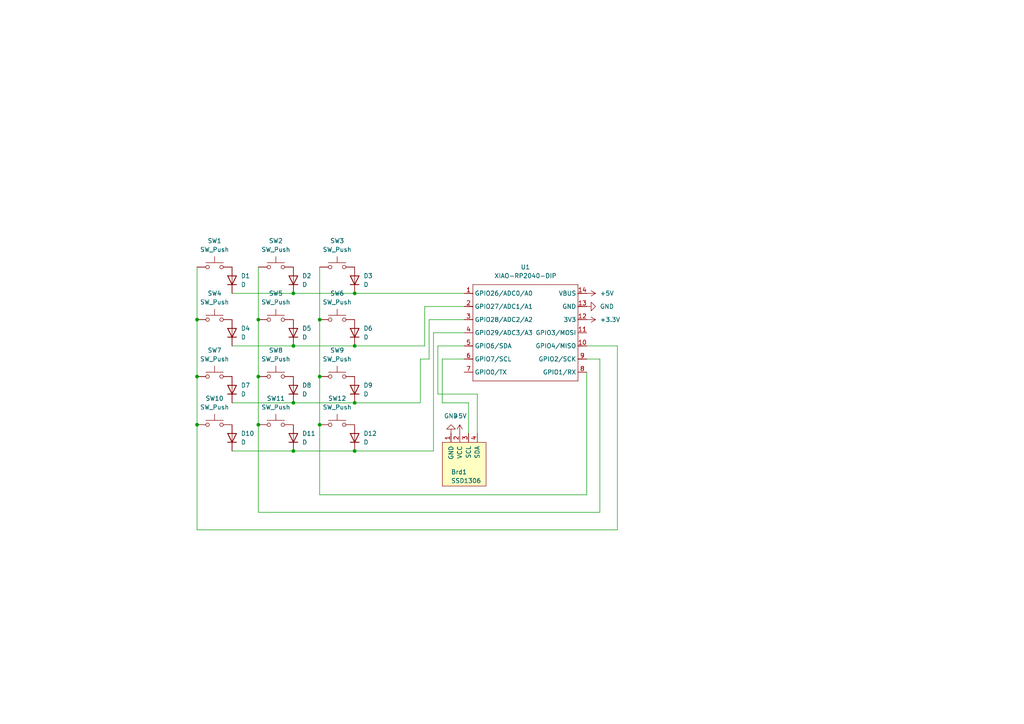
<source format=kicad_sch>
(kicad_sch (version 20231120) (generator "eeschema") (generator_version "8.0")
  (paper "A4")
  (lib_symbols
    (symbol "Device:D" (pin_numbers hide) (pin_names (offset 1.016) hide)
      (property "Reference" "D" (at 0 2.54 0))
      (property "Value" "D" (at 0 -2.54 0))
      (symbol "D_0_1"
        (polyline (pts (xy -1.27 1.27) (xy -1.27 -1.27)) (stroke (width 0.254)))
        (polyline (pts (xy 1.27 0) (xy -1.27 0)))
        (polyline (pts (xy 1.27 1.27) (xy 1.27 -1.27) (xy -1.27 0) (xy 1.27 1.27)) (stroke (width 0.254)))
      )
      (symbol "D_1_1"
        (pin passive line (at -3.81 0 0) (length 2.54) (name "K") (number "1"))
        (pin passive line (at 3.81 0 180) (length 2.54) (name "A") (number "2"))
      )
    )
    (symbol "OPL:XIAO-RP2040-DIP"
      (property "Reference" "U" (at 0 0 0))
      (property "Value" "XIAO-RP2040-DIP" (at 5.334 -1.778 0))
      (symbol "XIAO-RP2040-DIP_1_0"
        (polyline (pts (xy -1.27 -30.48) (xy -1.27 -16.51)) (stroke (width 0.1524)))
        (polyline (pts (xy -1.27 -27.94) (xy -2.54 -27.94)) (stroke (width 0.1524)))
        (polyline (pts (xy -1.27 -24.13) (xy -2.54 -24.13)) (stroke (width 0.1524)))
        (polyline (pts (xy -1.27 -20.32) (xy -2.54 -20.32)) (stroke (width 0.1524)))
        (polyline (pts (xy -1.27 -16.51) (xy -2.54 -16.51)) (stroke (width 0.1524)))
        (polyline (pts (xy -1.27 -16.51) (xy -1.27 -12.7)) (stroke (width 0.1524)))
        (polyline (pts (xy -1.27 -12.7) (xy -2.54 -12.7)) (stroke (width 0.1524)))
        (polyline (pts (xy -1.27 -12.7) (xy -1.27 -8.89)) (stroke (width 0.1524)))
        (polyline (pts (xy -1.27 -8.89) (xy -2.54 -8.89)) (stroke (width 0.1524)))
        (polyline (pts (xy -1.27 -8.89) (xy -1.27 -5.08)) (stroke (width 0.1524)))
        (polyline (pts (xy -1.27 -5.08) (xy -2.54 -5.08)) (stroke (width 0.1524)))
        (polyline (pts (xy -1.27 -5.08) (xy -1.27 -2.54)) (stroke (width 0.1524)))
        (polyline (pts (xy -1.27 -2.54) (xy 29.21 -2.54)) (stroke (width 0.1524)))
        (polyline (pts (xy 29.21 -30.48) (xy -1.27 -30.48)) (stroke (width 0.1524)))
        (polyline (pts (xy 29.21 -12.7) (xy 29.21 -30.48)) (stroke (width 0.1524)))
        (polyline (pts (xy 29.21 -8.89) (xy 29.21 -12.7)) (stroke (width 0.1524)))
        (polyline (pts (xy 29.21 -5.08) (xy 29.21 -8.89)) (stroke (width 0.1524)))
        (polyline (pts (xy 29.21 -2.54) (xy 29.21 -5.08)) (stroke (width 0.1524)))
        (polyline (pts (xy 30.48 -27.94) (xy 29.21 -27.94)) (stroke (width 0.1524)))
        (polyline (pts (xy 30.48 -24.13) (xy 29.21 -24.13)) (stroke (width 0.1524)))
        (polyline (pts (xy 30.48 -20.32) (xy 29.21 -20.32)) (stroke (width 0.1524)))
        (polyline (pts (xy 30.48 -16.51) (xy 29.21 -16.51)) (stroke (width 0.1524)))
        (polyline (pts (xy 30.48 -12.7) (xy 29.21 -12.7)) (stroke (width 0.1524)))
        (polyline (pts (xy 30.48 -8.89) (xy 29.21 -8.89)) (stroke (width 0.1524)))
        (polyline (pts (xy 30.48 -5.08) (xy 29.21 -5.08)) (stroke (width 0.1524)))
        (pin passive line (at -3.81 -5.08 0) (length 2.54) (name "GPIO26/ADC0/A0") (number "1"))
        (pin passive line (at 31.75 -20.32 180) (length 2.54) (name "GPIO4/MISO") (number "10"))
        (pin passive line (at 31.75 -16.51 180) (length 2.54) (name "GPIO3/MOSI") (number "11"))
        (pin passive line (at 31.75 -12.7 180) (length 2.54) (name "3V3") (number "12"))
        (pin passive line (at 31.75 -8.89 180) (length 2.54) (name "GND") (number "13"))
        (pin passive line (at 31.75 -5.08 180) (length 2.54) (name "VBUS") (number "14"))
        (pin passive line (at -3.81 -8.89 0) (length 2.54) (name "GPIO27/ADC1/A1") (number "2"))
        (pin passive line (at -3.81 -12.7 0) (length 2.54) (name "GPIO28/ADC2/A2") (number "3"))
        (pin passive line (at -3.81 -16.51 0) (length 2.54) (name "GPIO29/ADC3/A3") (number "4"))
        (pin passive line (at -3.81 -20.32 0) (length 2.54) (name "GPIO6/SDA") (number "5"))
        (pin passive line (at -3.81 -24.13 0) (length 2.54) (name "GPIO7/SCL") (number "6"))
        (pin passive line (at -3.81 -27.94 0) (length 2.54) (name "GPIO0/TX") (number "7"))
        (pin passive line (at 31.75 -27.94 180) (length 2.54) (name "GPIO1/RX") (number "8"))
        (pin passive line (at 31.75 -24.13 180) (length 2.54) (name "GPIO2/SCK") (number "9"))
      )
    )
    (symbol "SSD1306-128x64_OLED:SSD1306" (pin_names (offset 1.016))
      (property "Reference" "Brd" (at 0 -3.81 0))
      (property "Value" "SSD1306" (at 0 -1.27 0))
      (symbol "SSD1306_0_1"
        (rectangle (start -6.35 6.35) (end 6.35 -6.35) (fill (type background)))
      )
      (symbol "SSD1306_1_1"
        (pin input line (at -3.81 8.89 270) (length 2.54) (name "GND") (number "1"))
        (pin input line (at -1.27 8.89 270) (length 2.54) (name "VCC") (number "2"))
        (pin input line (at 1.27 8.89 270) (length 2.54) (name "SCL") (number "3"))
        (pin input line (at 3.81 8.89 270) (length 2.54) (name "SDA") (number "4"))
      )
    )
    (symbol "Switch:SW_Push" (pin_numbers hide) (pin_names (offset 1.016) hide)
      (property "Reference" "SW" (at 1.27 2.54 0))
      (property "Value" "SW_Push" (at 0 -1.524 0))
      (symbol "SW_Push_0_1"
        (circle (center -2.032 0) (radius 0.508))
        (polyline (pts (xy 0 1.27) (xy 0 3.048)))
        (polyline (pts (xy 2.54 1.27) (xy -2.54 1.27)))
        (circle (center 2.032 0) (radius 0.508))
        (pin passive line (at -5.08 0 0) (length 2.54) (name "1") (number "1"))
        (pin passive line (at 5.08 0 180) (length 2.54) (name "2") (number "2"))
      )
    )
    (symbol "power:+3.3V" (power) (pin_numbers hide) (pin_names (offset 0) hide)
      (property "Value" "+3.3V" (at 0 3.556 0))
      (symbol "+3.3V_0_1"
        (polyline (pts (xy -0.762 1.27) (xy 0 2.54)))
        (polyline (pts (xy 0 0) (xy 0 2.54)))
        (polyline (pts (xy 0 2.54) (xy 0.762 1.27)))
      )
      (symbol "+3.3V_1_1"
        (pin power_in line (at 0 0 90) (length 0) (name "~") (number "1"))
      )
    )
    (symbol "power:+5V" (power) (pin_numbers hide) (pin_names (offset 0) hide)
      (property "Value" "+5V" (at 0 3.556 0))
      (symbol "+5V_0_1"
        (polyline (pts (xy -0.762 1.27) (xy 0 2.54)))
        (polyline (pts (xy 0 0) (xy 0 2.54)))
        (polyline (pts (xy 0 2.54) (xy 0.762 1.27)))
      )
      (symbol "+5V_1_1"
        (pin power_in line (at 0 0 90) (length 0) (name "~") (number "1"))
      )
    )
    (symbol "power:GND" (power) (pin_numbers hide) (pin_names (offset 0) hide)
      (property "Value" "GND" (at 0 -3.81 0))
      (symbol "GND_0_1"
        (polyline (pts (xy 0 0) (xy 0 -1.27) (xy 1.27 -1.27) (xy 0 -2.54) (xy -1.27 -1.27) (xy 0 -1.27)))
      )
      (symbol "GND_1_1"
        (pin power_in line (at 0 0 270) (length 0) (name "~") (number "1"))
      )
    )
  )
  (junction (at 102.87 100.33))
  (junction (at 85.09 85.09))
  (junction (at 92.71 123.19))
  (junction (at 85.09 100.33))
  (junction (at 85.09 130.81))
  (junction (at 57.15 109.22))
  (junction (at 74.93 92.71))
  (junction (at 57.15 92.71))
  (junction (at 74.93 123.19))
  (junction (at 85.09 116.84))
  (junction (at 92.71 92.71))
  (junction (at 102.87 116.84))
  (junction (at 57.15 123.19))
  (junction (at 92.71 109.22))
  (junction (at 102.87 85.09))
  (junction (at 74.93 109.22))
  (junction (at 102.87 130.81))
  (wire (pts (xy 124.46 92.71) (xy 134.62 92.71)))
  (wire (pts (xy 102.87 116.84) (xy 121.92 116.84)))
  (wire (pts (xy 67.31 130.81) (xy 85.09 130.81)))
  (wire (pts (xy 74.93 109.22) (xy 74.93 123.19)))
  (wire (pts (xy 125.73 130.81) (xy 125.73 96.52)))
  (wire (pts (xy 102.87 130.81) (xy 125.73 130.81)))
  (wire (pts (xy 57.15 153.67) (xy 179.07 153.67)))
  (wire (pts (xy 125.73 96.52) (xy 134.62 96.52)))
  (wire (pts (xy 123.19 88.9) (xy 134.62 88.9)))
  (wire (pts (xy 92.71 92.71) (xy 92.71 109.22)))
  (wire (pts (xy 74.93 92.71) (xy 74.93 109.22)))
  (wire (pts (xy 138.43 114.3) (xy 127 114.3)))
  (wire (pts (xy 92.71 77.47) (xy 92.71 92.71)))
  (wire (pts (xy 74.93 123.19) (xy 74.93 148.59)))
  (wire (pts (xy 67.31 85.09) (xy 85.09 85.09)))
  (wire (pts (xy 124.46 104.14) (xy 124.46 92.71)))
  (wire (pts (xy 57.15 77.47) (xy 57.15 92.71)))
  (wire (pts (xy 74.93 148.59) (xy 173.99 148.59)))
  (wire (pts (xy 127 100.33) (xy 134.62 100.33)))
  (wire (pts (xy 179.07 153.67) (xy 179.07 100.33)))
  (wire (pts (xy 85.09 116.84) (xy 102.87 116.84)))
  (wire (pts (xy 170.18 100.33) (xy 179.07 100.33)))
  (wire (pts (xy 85.09 85.09) (xy 102.87 85.09)))
  (wire (pts (xy 128.27 104.14) (xy 134.62 104.14)))
  (wire (pts (xy 123.19 88.9) (xy 123.19 100.33)))
  (wire (pts (xy 128.27 116.84) (xy 128.27 104.14)))
  (wire (pts (xy 170.18 104.14) (xy 173.99 104.14)))
  (wire (pts (xy 67.31 100.33) (xy 85.09 100.33)))
  (wire (pts (xy 57.15 123.19) (xy 57.15 153.67)))
  (wire (pts (xy 57.15 109.22) (xy 57.15 123.19)))
  (wire (pts (xy 102.87 100.33) (xy 123.19 100.33)))
  (wire (pts (xy 135.89 116.84) (xy 135.89 125.73)))
  (wire (pts (xy 85.09 100.33) (xy 102.87 100.33)))
  (wire (pts (xy 121.92 116.84) (xy 121.92 104.14)))
  (wire (pts (xy 67.31 116.84) (xy 85.09 116.84)))
  (wire (pts (xy 127 114.3) (xy 127 100.33)))
  (wire (pts (xy 85.09 130.81) (xy 102.87 130.81)))
  (wire (pts (xy 92.71 123.19) (xy 92.71 143.51)))
  (wire (pts (xy 170.18 107.95) (xy 170.18 143.51)))
  (wire (pts (xy 74.93 77.47) (xy 74.93 92.71)))
  (wire (pts (xy 135.89 116.84) (xy 128.27 116.84)))
  (wire (pts (xy 92.71 143.51) (xy 170.18 143.51)))
  (wire (pts (xy 138.43 114.3) (xy 138.43 125.73)))
  (wire (pts (xy 102.87 85.09) (xy 134.62 85.09)))
  (wire (pts (xy 121.92 104.14) (xy 124.46 104.14)))
  (wire (pts (xy 57.15 92.71) (xy 57.15 109.22)))
  (wire (pts (xy 92.71 109.22) (xy 92.71 123.19)))
  (wire (pts (xy 173.99 148.59) (xy 173.99 104.14)))
  (symbol (lib_id "Device:D") (at 102.87 113.03 90) (unit 1)
    (property "Reference" "D9" (at 105.41 111.7599 90) (effects (justify right)))
    (property "Value" "D" (at 105.41 114.2999 90) (effects (justify right)))
    (property "Footprint" "Diode_THT:D_DO-35_SOD27_P7.62mm_Horizontal" (effects (hide yes)))
    (property "Description" "Diode" (effects (hide yes)))
    (property "Sim.Device" "D" (effects (hide yes)))
    (property "Sim.Pins" "1=K 2=A" (effects (hide yes)))
  )
  (symbol (lib_id "Switch:SW_Push") (at 62.23 123.19 0) (unit 1)
    (property "Reference" "SW10" (at 62.23 115.57 0))
    (property "Value" "SW_Push" (at 62.23 118.11 0))
    (property "Footprint" "Button_Switch_Keyboard:SW_Cherry_MX_1.00u_PCB" (effects (hide yes)))
    (property "Description" "Push button switch, generic, two pins" (effects (hide yes)))
  )
  (symbol (lib_id "power:+3.3V") (at 170.18 92.71 270) (unit 1)
    (property "Reference" "#PWR08" (effects (hide yes)))
    (property "Value" "+3.3V" (at 173.99 92.7099 90) (effects (justify left)))
    (property "Description" "Power symbol creates a global label with name \"+3.3V\"" (effects (hide yes)))
  )
  (symbol (lib_id "power:GND") (at 130.81 125.73 180) (unit 1)
    (property "Reference" "#PWR05" (effects (hide yes)))
    (property "Value" "GND" (at 130.81 120.65 0))
    (property "Description" "Power symbol creates a global label with name \"GND\" , ground" (effects (hide yes)))
  )
  (symbol (lib_id "Device:D") (at 102.87 96.52 90) (unit 1)
    (property "Reference" "D6" (at 105.41 95.2499 90) (effects (justify right)))
    (property "Value" "D" (at 105.41 97.7899 90) (effects (justify right)))
    (property "Footprint" "Diode_THT:D_DO-35_SOD27_P7.62mm_Horizontal" (effects (hide yes)))
    (property "Description" "Diode" (effects (hide yes)))
    (property "Sim.Device" "D" (effects (hide yes)))
    (property "Sim.Pins" "1=K 2=A" (effects (hide yes)))
  )
  (symbol (lib_id "Device:D") (at 85.09 113.03 90) (unit 1)
    (property "Reference" "D8" (at 87.63 111.7599 90) (effects (justify right)))
    (property "Value" "D" (at 87.63 114.2999 90) (effects (justify right)))
    (property "Footprint" "Diode_THT:D_DO-35_SOD27_P7.62mm_Horizontal" (effects (hide yes)))
    (property "Description" "Diode" (effects (hide yes)))
    (property "Sim.Device" "D" (effects (hide yes)))
    (property "Sim.Pins" "1=K 2=A" (effects (hide yes)))
  )
  (symbol (lib_id "power:+5V") (at 133.35 125.73 0) (unit 1)
    (property "Reference" "#PWR06" (effects (hide yes)))
    (property "Value" "+5V" (at 133.35 120.65 0))
    (property "Description" "Power symbol creates a global label with name \"+5V\"" (effects (hide yes)))
  )
  (symbol (lib_id "Device:D") (at 67.31 96.52 90) (unit 1)
    (property "Reference" "D4" (at 69.85 95.2499 90) (effects (justify right)))
    (property "Value" "D" (at 69.85 97.7899 90) (effects (justify right)))
    (property "Footprint" "Diode_THT:D_DO-35_SOD27_P7.62mm_Horizontal" (effects (hide yes)))
    (property "Description" "Diode" (effects (hide yes)))
    (property "Sim.Device" "D" (effects (hide yes)))
    (property "Sim.Pins" "1=K 2=A" (effects (hide yes)))
  )
  (symbol (lib_id "Device:D") (at 85.09 81.28 90) (unit 1)
    (property "Reference" "D2" (at 87.63 80.0099 90) (effects (justify right)))
    (property "Value" "D" (at 87.63 82.5499 90) (effects (justify right)))
    (property "Footprint" "Diode_THT:D_DO-35_SOD27_P7.62mm_Horizontal" (effects (hide yes)))
    (property "Description" "Diode" (effects (hide yes)))
    (property "Sim.Device" "D" (effects (hide yes)))
    (property "Sim.Pins" "1=K 2=A" (effects (hide yes)))
  )
  (symbol (lib_id "Device:D") (at 67.31 127 90) (unit 1)
    (property "Reference" "D10" (at 69.85 125.7299 90) (effects (justify right)))
    (property "Value" "D" (at 69.85 128.2699 90) (effects (justify right)))
    (property "Footprint" "Diode_THT:D_DO-35_SOD27_P7.62mm_Horizontal" (effects (hide yes)))
    (property "Description" "Diode" (effects (hide yes)))
    (property "Sim.Device" "D" (effects (hide yes)))
    (property "Sim.Pins" "1=K 2=A" (effects (hide yes)))
  )
  (symbol (lib_id "Switch:SW_Push") (at 80.01 77.47 0) (unit 1)
    (property "Reference" "SW2" (at 80.01 69.85 0))
    (property "Value" "SW_Push" (at 80.01 72.39 0))
    (property "Footprint" "Button_Switch_Keyboard:SW_Cherry_MX_1.00u_PCB" (effects (hide yes)))
    (property "Description" "Push button switch, generic, two pins" (effects (hide yes)))
  )
  (symbol (lib_id "Switch:SW_Push") (at 62.23 109.22 0) (unit 1)
    (property "Reference" "SW7" (at 62.23 101.6 0))
    (property "Value" "SW_Push" (at 62.23 104.14 0))
    (property "Footprint" "Button_Switch_Keyboard:SW_Cherry_MX_1.00u_PCB" (effects (hide yes)))
    (property "Description" "Push button switch, generic, two pins" (effects (hide yes)))
  )
  (symbol (lib_id "SSD1306-128x64_OLED:SSD1306") (at 134.62 134.62 0) (unit 1)
    (property "Reference" "Brd1" (at 130.81 136.906 0) (effects (justify left)))
    (property "Value" "SSD1306" (at 130.81 139.446 0) (effects (justify left)))
    (property "Footprint" "SSD1306:SSD1306-0.91-OLED-4pin-128x32" (effects (hide yes)))
    (property "Description" "SSD1306 OLED" (effects (hide yes)))
  )
  (symbol (lib_id "Switch:SW_Push") (at 80.01 92.71 0) (unit 1)
    (property "Reference" "SW5" (at 80.01 85.09 0))
    (property "Value" "SW_Push" (at 80.01 87.63 0))
    (property "Footprint" "Button_Switch_Keyboard:SW_Cherry_MX_1.00u_PCB" (effects (hide yes)))
    (property "Description" "Push button switch, generic, two pins" (effects (hide yes)))
  )
  (symbol (lib_id "Switch:SW_Push") (at 80.01 109.22 0) (unit 1)
    (property "Reference" "SW8" (at 80.01 101.6 0))
    (property "Value" "SW_Push" (at 80.01 104.14 0))
    (property "Footprint" "Button_Switch_Keyboard:SW_Cherry_MX_1.00u_PCB" (effects (hide yes)))
    (property "Description" "Push button switch, generic, two pins" (effects (hide yes)))
  )
  (symbol (lib_id "Switch:SW_Push") (at 62.23 92.71 0) (unit 1)
    (property "Reference" "SW4" (at 62.23 85.09 0))
    (property "Value" "SW_Push" (at 62.23 87.63 0))
    (property "Footprint" "Button_Switch_Keyboard:SW_Cherry_MX_1.00u_PCB" (effects (hide yes)))
    (property "Description" "Push button switch, generic, two pins" (effects (hide yes)))
  )
  (symbol (lib_id "Switch:SW_Push") (at 97.79 109.22 0) (unit 1)
    (property "Reference" "SW9" (at 97.79 101.6 0))
    (property "Value" "SW_Push" (at 97.79 104.14 0))
    (property "Footprint" "Button_Switch_Keyboard:SW_Cherry_MX_1.00u_PCB" (effects (hide yes)))
    (property "Description" "Push button switch, generic, two pins" (effects (hide yes)))
  )
  (symbol (lib_id "Device:D") (at 102.87 81.28 90) (unit 1)
    (property "Reference" "D3" (at 105.41 80.0099 90) (effects (justify right)))
    (property "Value" "D" (at 105.41 82.5499 90) (effects (justify right)))
    (property "Footprint" "Diode_THT:D_DO-35_SOD27_P7.62mm_Horizontal" (effects (hide yes)))
    (property "Description" "Diode" (effects (hide yes)))
    (property "Sim.Device" "D" (effects (hide yes)))
    (property "Sim.Pins" "1=K 2=A" (effects (hide yes)))
  )
  (symbol (lib_id "Switch:SW_Push") (at 62.23 77.47 0) (unit 1)
    (property "Reference" "SW1" (at 62.23 69.85 0))
    (property "Value" "SW_Push" (at 62.23 72.39 0))
    (property "Footprint" "Button_Switch_Keyboard:SW_Cherry_MX_1.00u_PCB" (effects (hide yes)))
    (property "Description" "Push button switch, generic, two pins" (effects (hide yes)))
  )
  (symbol (lib_id "Device:D") (at 85.09 96.52 90) (unit 1)
    (property "Reference" "D5" (at 87.63 95.2499 90) (effects (justify right)))
    (property "Value" "D" (at 87.63 97.7899 90) (effects (justify right)))
    (property "Footprint" "Diode_THT:D_DO-35_SOD27_P7.62mm_Horizontal" (effects (hide yes)))
    (property "Description" "Diode" (effects (hide yes)))
    (property "Sim.Device" "D" (effects (hide yes)))
    (property "Sim.Pins" "1=K 2=A" (effects (hide yes)))
  )
  (symbol (lib_id "OPL:XIAO-RP2040-DIP") (at 138.43 80.01 0) (unit 1)
    (property "Reference" "U1" (at 152.4 77.47 0))
    (property "Value" "XIAO-RP2040-DIP" (at 152.4 80.01 0))
    (property "Footprint" "OPL:XIAO-RP2040-DIP" (effects (hide yes)))
  )
  (symbol (lib_id "Device:D") (at 67.31 113.03 90) (unit 1)
    (property "Reference" "D7" (at 69.85 111.7599 90) (effects (justify right)))
    (property "Value" "D" (at 69.85 114.2999 90) (effects (justify right)))
    (property "Footprint" "Diode_THT:D_DO-35_SOD27_P7.62mm_Horizontal" (effects (hide yes)))
    (property "Description" "Diode" (effects (hide yes)))
    (property "Sim.Device" "D" (effects (hide yes)))
    (property "Sim.Pins" "1=K 2=A" (effects (hide yes)))
  )
  (symbol (lib_id "power:+5V") (at 170.18 85.09 270) (unit 1)
    (property "Reference" "#PWR03" (effects (hide yes)))
    (property "Value" "+5V" (at 173.99 85.0899 90) (effects (justify left)))
    (property "Description" "Power symbol creates a global label with name \"+5V\"" (effects (hide yes)))
  )
  (symbol (lib_id "Switch:SW_Push") (at 80.01 123.19 0) (unit 1)
    (property "Reference" "SW11" (at 80.01 115.57 0))
    (property "Value" "SW_Push" (at 80.01 118.11 0))
    (property "Footprint" "Button_Switch_Keyboard:SW_Cherry_MX_1.00u_PCB" (effects (hide yes)))
    (property "Description" "Push button switch, generic, two pins" (effects (hide yes)))
  )
  (symbol (lib_id "power:GND") (at 170.18 88.9 90) (unit 1)
    (property "Reference" "#PWR04" (effects (hide yes)))
    (property "Value" "GND" (at 173.99 88.8999 90) (effects (justify right)))
    (property "Description" "Power symbol creates a global label with name \"GND\" , ground" (effects (hide yes)))
  )
  (symbol (lib_id "Switch:SW_Push") (at 97.79 77.47 0) (unit 1)
    (property "Reference" "SW3" (at 97.79 69.85 0))
    (property "Value" "SW_Push" (at 97.79 72.39 0))
    (property "Footprint" "Button_Switch_Keyboard:SW_Cherry_MX_1.00u_PCB" (effects (hide yes)))
    (property "Description" "Push button switch, generic, two pins" (effects (hide yes)))
  )
  (symbol (lib_id "Device:D") (at 67.31 81.28 90) (unit 1)
    (property "Reference" "D1" (at 69.85 80.0099 90) (effects (justify right)))
    (property "Value" "D" (at 69.85 82.5499 90) (effects (justify right)))
    (property "Footprint" "Diode_THT:D_DO-35_SOD27_P7.62mm_Horizontal" (effects (hide yes)))
    (property "Description" "Diode" (effects (hide yes)))
    (property "Sim.Device" "D" (effects (hide yes)))
    (property "Sim.Pins" "1=K 2=A" (effects (hide yes)))
  )
  (symbol (lib_id "Switch:SW_Push") (at 97.79 92.71 0) (unit 1)
    (property "Reference" "SW6" (at 97.79 85.09 0))
    (property "Value" "SW_Push" (at 97.79 87.63 0))
    (property "Footprint" "Button_Switch_Keyboard:SW_Cherry_MX_1.00u_PCB" (effects (hide yes)))
    (property "Description" "Push button switch, generic, two pins" (effects (hide yes)))
  )
  (symbol (lib_id "Device:D") (at 102.87 127 90) (unit 1)
    (property "Reference" "D12" (at 105.41 125.7299 90) (effects (justify right)))
    (property "Value" "D" (at 105.41 128.2699 90) (effects (justify right)))
    (property "Footprint" "Diode_THT:D_DO-35_SOD27_P7.62mm_Horizontal" (effects (hide yes)))
    (property "Description" "Diode" (effects (hide yes)))
    (property "Sim.Device" "D" (effects (hide yes)))
    (property "Sim.Pins" "1=K 2=A" (effects (hide yes)))
  )
  (symbol (lib_id "Device:D") (at 85.09 127 90) (unit 1)
    (property "Reference" "D11" (at 87.63 125.7299 90) (effects (justify right)))
    (property "Value" "D" (at 87.63 128.2699 90) (effects (justify right)))
    (property "Footprint" "Diode_THT:D_DO-35_SOD27_P7.62mm_Horizontal" (effects (hide yes)))
    (property "Description" "Diode" (effects (hide yes)))
    (property "Sim.Device" "D" (effects (hide yes)))
    (property "Sim.Pins" "1=K 2=A" (effects (hide yes)))
  )
  (symbol (lib_id "Switch:SW_Push") (at 97.79 123.19 0) (unit 1)
    (property "Reference" "SW12" (at 97.79 115.57 0))
    (property "Value" "SW_Push" (at 97.79 118.11 0))
    (property "Footprint" "Button_Switch_Keyboard:SW_Cherry_MX_1.00u_PCB" (effects (hide yes)))
    (property "Description" "Push button switch, generic, two pins" (effects (hide yes)))
  )
)
</source>
